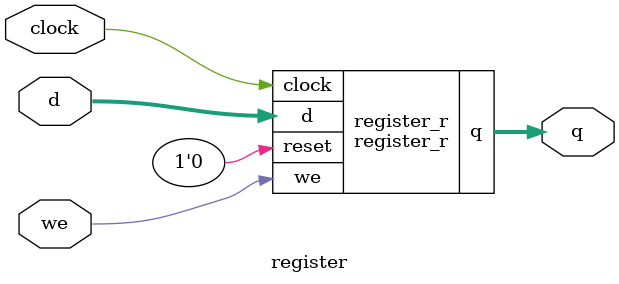
<source format=v>
`default_nettype none


module register_r ( // positive edge clock, with reset
  input wire        clock,
  input wire        reset,
  input wire        we,
  input wire [7:0]  d,
  output reg [7:0]  q
  );
  
  always @ (posedge clock, posedge reset) begin
    if (reset) begin
      q <= 8'h00;             // reset to zero
    end else if (we) begin
      q <= d;                 // write data
    end else begin
      q <= q;                 // keep
    end
  end
endmodule

/////

module register(  // positive edge clock, without reset
  input wire        clock,
  input wire        we,
  input wire  [7:0] d,
  output wire [7:0] q
  );
  
  register_r register_r(
    .clock  (clock),
    .reset  (1'b0),
    .we     (we),
    .d      (d),
    .q      (q)
    );
endmodule

</source>
